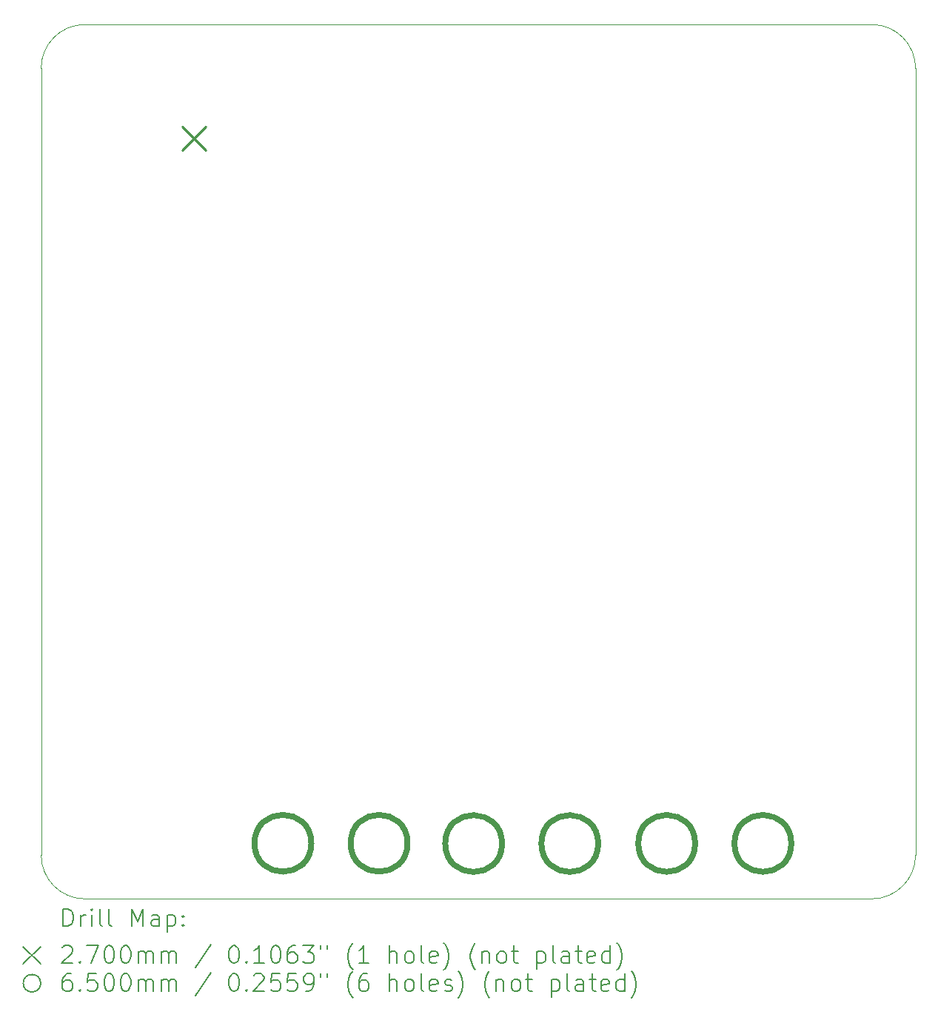
<source format=gbr>
%TF.GenerationSoftware,KiCad,Pcbnew,6.0.10+dfsg-1~bpo11+1*%
%TF.ProjectId,project,70726f6a-6563-4742-9e6b-696361645f70,1.0.p1*%
%TF.SameCoordinates,Original*%
%TF.FileFunction,Drillmap*%
%TF.FilePolarity,Positive*%
%FSLAX45Y45*%
G04 Gerber Fmt 4.5, Leading zero omitted, Abs format (unit mm)*
%MOMM*%
%LPD*%
G01*
G04 APERTURE LIST*
%ADD10C,0.100000*%
%ADD11C,0.200000*%
%ADD12C,0.270000*%
%ADD13C,0.650000*%
G04 APERTURE END LIST*
D10*
X8000000Y-5500000D02*
X17000000Y-5500000D01*
X17500000Y-6000000D02*
X17500000Y-15000000D01*
X17000000Y-15500000D02*
G75*
G03*
X17500000Y-15000000I0J500000D01*
G01*
X17000000Y-15500000D02*
X8000000Y-15500000D01*
X7500000Y-15000000D02*
G75*
G03*
X8000000Y-15500000I500000J0D01*
G01*
X8000000Y-5500000D02*
G75*
G03*
X7500000Y-6000000I0J-500000D01*
G01*
X17500000Y-6000000D02*
G75*
G03*
X17000000Y-5500000I-500000J0D01*
G01*
X7500000Y-15000000D02*
X7500000Y-6000000D01*
D11*
D12*
X9115125Y-6665000D02*
X9385125Y-6935000D01*
X9385125Y-6665000D02*
X9115125Y-6935000D01*
D13*
X10590000Y-14864500D02*
G75*
G03*
X10590000Y-14864500I-325000J0D01*
G01*
X11690000Y-14864500D02*
G75*
G03*
X11690000Y-14864500I-325000J0D01*
G01*
X12771000Y-14867500D02*
G75*
G03*
X12771000Y-14867500I-325000J0D01*
G01*
X13871000Y-14867500D02*
G75*
G03*
X13871000Y-14867500I-325000J0D01*
G01*
X14979000Y-14866000D02*
G75*
G03*
X14979000Y-14866000I-325000J0D01*
G01*
X16079000Y-14866000D02*
G75*
G03*
X16079000Y-14866000I-325000J0D01*
G01*
D11*
X7752619Y-15815476D02*
X7752619Y-15615476D01*
X7800238Y-15615476D01*
X7828809Y-15625000D01*
X7847857Y-15644048D01*
X7857381Y-15663095D01*
X7866905Y-15701190D01*
X7866905Y-15729762D01*
X7857381Y-15767857D01*
X7847857Y-15786905D01*
X7828809Y-15805952D01*
X7800238Y-15815476D01*
X7752619Y-15815476D01*
X7952619Y-15815476D02*
X7952619Y-15682143D01*
X7952619Y-15720238D02*
X7962143Y-15701190D01*
X7971667Y-15691667D01*
X7990714Y-15682143D01*
X8009762Y-15682143D01*
X8076428Y-15815476D02*
X8076428Y-15682143D01*
X8076428Y-15615476D02*
X8066905Y-15625000D01*
X8076428Y-15634524D01*
X8085952Y-15625000D01*
X8076428Y-15615476D01*
X8076428Y-15634524D01*
X8200238Y-15815476D02*
X8181190Y-15805952D01*
X8171667Y-15786905D01*
X8171667Y-15615476D01*
X8305000Y-15815476D02*
X8285952Y-15805952D01*
X8276428Y-15786905D01*
X8276428Y-15615476D01*
X8533571Y-15815476D02*
X8533571Y-15615476D01*
X8600238Y-15758333D01*
X8666905Y-15615476D01*
X8666905Y-15815476D01*
X8847857Y-15815476D02*
X8847857Y-15710714D01*
X8838333Y-15691667D01*
X8819286Y-15682143D01*
X8781190Y-15682143D01*
X8762143Y-15691667D01*
X8847857Y-15805952D02*
X8828810Y-15815476D01*
X8781190Y-15815476D01*
X8762143Y-15805952D01*
X8752619Y-15786905D01*
X8752619Y-15767857D01*
X8762143Y-15748809D01*
X8781190Y-15739286D01*
X8828810Y-15739286D01*
X8847857Y-15729762D01*
X8943095Y-15682143D02*
X8943095Y-15882143D01*
X8943095Y-15691667D02*
X8962143Y-15682143D01*
X9000238Y-15682143D01*
X9019286Y-15691667D01*
X9028810Y-15701190D01*
X9038333Y-15720238D01*
X9038333Y-15777381D01*
X9028810Y-15796428D01*
X9019286Y-15805952D01*
X9000238Y-15815476D01*
X8962143Y-15815476D01*
X8943095Y-15805952D01*
X9124048Y-15796428D02*
X9133571Y-15805952D01*
X9124048Y-15815476D01*
X9114524Y-15805952D01*
X9124048Y-15796428D01*
X9124048Y-15815476D01*
X9124048Y-15691667D02*
X9133571Y-15701190D01*
X9124048Y-15710714D01*
X9114524Y-15701190D01*
X9124048Y-15691667D01*
X9124048Y-15710714D01*
X7295000Y-16045000D02*
X7495000Y-16245000D01*
X7495000Y-16045000D02*
X7295000Y-16245000D01*
X7743095Y-16054524D02*
X7752619Y-16045000D01*
X7771667Y-16035476D01*
X7819286Y-16035476D01*
X7838333Y-16045000D01*
X7847857Y-16054524D01*
X7857381Y-16073571D01*
X7857381Y-16092619D01*
X7847857Y-16121190D01*
X7733571Y-16235476D01*
X7857381Y-16235476D01*
X7943095Y-16216428D02*
X7952619Y-16225952D01*
X7943095Y-16235476D01*
X7933571Y-16225952D01*
X7943095Y-16216428D01*
X7943095Y-16235476D01*
X8019286Y-16035476D02*
X8152619Y-16035476D01*
X8066905Y-16235476D01*
X8266905Y-16035476D02*
X8285952Y-16035476D01*
X8305000Y-16045000D01*
X8314524Y-16054524D01*
X8324048Y-16073571D01*
X8333571Y-16111667D01*
X8333571Y-16159286D01*
X8324048Y-16197381D01*
X8314524Y-16216428D01*
X8305000Y-16225952D01*
X8285952Y-16235476D01*
X8266905Y-16235476D01*
X8247857Y-16225952D01*
X8238333Y-16216428D01*
X8228809Y-16197381D01*
X8219286Y-16159286D01*
X8219286Y-16111667D01*
X8228809Y-16073571D01*
X8238333Y-16054524D01*
X8247857Y-16045000D01*
X8266905Y-16035476D01*
X8457381Y-16035476D02*
X8476429Y-16035476D01*
X8495476Y-16045000D01*
X8505000Y-16054524D01*
X8514524Y-16073571D01*
X8524048Y-16111667D01*
X8524048Y-16159286D01*
X8514524Y-16197381D01*
X8505000Y-16216428D01*
X8495476Y-16225952D01*
X8476429Y-16235476D01*
X8457381Y-16235476D01*
X8438333Y-16225952D01*
X8428810Y-16216428D01*
X8419286Y-16197381D01*
X8409762Y-16159286D01*
X8409762Y-16111667D01*
X8419286Y-16073571D01*
X8428810Y-16054524D01*
X8438333Y-16045000D01*
X8457381Y-16035476D01*
X8609762Y-16235476D02*
X8609762Y-16102143D01*
X8609762Y-16121190D02*
X8619286Y-16111667D01*
X8638333Y-16102143D01*
X8666905Y-16102143D01*
X8685952Y-16111667D01*
X8695476Y-16130714D01*
X8695476Y-16235476D01*
X8695476Y-16130714D02*
X8705000Y-16111667D01*
X8724048Y-16102143D01*
X8752619Y-16102143D01*
X8771667Y-16111667D01*
X8781190Y-16130714D01*
X8781190Y-16235476D01*
X8876429Y-16235476D02*
X8876429Y-16102143D01*
X8876429Y-16121190D02*
X8885952Y-16111667D01*
X8905000Y-16102143D01*
X8933571Y-16102143D01*
X8952619Y-16111667D01*
X8962143Y-16130714D01*
X8962143Y-16235476D01*
X8962143Y-16130714D02*
X8971667Y-16111667D01*
X8990714Y-16102143D01*
X9019286Y-16102143D01*
X9038333Y-16111667D01*
X9047857Y-16130714D01*
X9047857Y-16235476D01*
X9438333Y-16025952D02*
X9266905Y-16283095D01*
X9695476Y-16035476D02*
X9714524Y-16035476D01*
X9733571Y-16045000D01*
X9743095Y-16054524D01*
X9752619Y-16073571D01*
X9762143Y-16111667D01*
X9762143Y-16159286D01*
X9752619Y-16197381D01*
X9743095Y-16216428D01*
X9733571Y-16225952D01*
X9714524Y-16235476D01*
X9695476Y-16235476D01*
X9676429Y-16225952D01*
X9666905Y-16216428D01*
X9657381Y-16197381D01*
X9647857Y-16159286D01*
X9647857Y-16111667D01*
X9657381Y-16073571D01*
X9666905Y-16054524D01*
X9676429Y-16045000D01*
X9695476Y-16035476D01*
X9847857Y-16216428D02*
X9857381Y-16225952D01*
X9847857Y-16235476D01*
X9838333Y-16225952D01*
X9847857Y-16216428D01*
X9847857Y-16235476D01*
X10047857Y-16235476D02*
X9933571Y-16235476D01*
X9990714Y-16235476D02*
X9990714Y-16035476D01*
X9971667Y-16064048D01*
X9952619Y-16083095D01*
X9933571Y-16092619D01*
X10171667Y-16035476D02*
X10190714Y-16035476D01*
X10209762Y-16045000D01*
X10219286Y-16054524D01*
X10228810Y-16073571D01*
X10238333Y-16111667D01*
X10238333Y-16159286D01*
X10228810Y-16197381D01*
X10219286Y-16216428D01*
X10209762Y-16225952D01*
X10190714Y-16235476D01*
X10171667Y-16235476D01*
X10152619Y-16225952D01*
X10143095Y-16216428D01*
X10133571Y-16197381D01*
X10124048Y-16159286D01*
X10124048Y-16111667D01*
X10133571Y-16073571D01*
X10143095Y-16054524D01*
X10152619Y-16045000D01*
X10171667Y-16035476D01*
X10409762Y-16035476D02*
X10371667Y-16035476D01*
X10352619Y-16045000D01*
X10343095Y-16054524D01*
X10324048Y-16083095D01*
X10314524Y-16121190D01*
X10314524Y-16197381D01*
X10324048Y-16216428D01*
X10333571Y-16225952D01*
X10352619Y-16235476D01*
X10390714Y-16235476D01*
X10409762Y-16225952D01*
X10419286Y-16216428D01*
X10428810Y-16197381D01*
X10428810Y-16149762D01*
X10419286Y-16130714D01*
X10409762Y-16121190D01*
X10390714Y-16111667D01*
X10352619Y-16111667D01*
X10333571Y-16121190D01*
X10324048Y-16130714D01*
X10314524Y-16149762D01*
X10495476Y-16035476D02*
X10619286Y-16035476D01*
X10552619Y-16111667D01*
X10581190Y-16111667D01*
X10600238Y-16121190D01*
X10609762Y-16130714D01*
X10619286Y-16149762D01*
X10619286Y-16197381D01*
X10609762Y-16216428D01*
X10600238Y-16225952D01*
X10581190Y-16235476D01*
X10524048Y-16235476D01*
X10505000Y-16225952D01*
X10495476Y-16216428D01*
X10695476Y-16035476D02*
X10695476Y-16073571D01*
X10771667Y-16035476D02*
X10771667Y-16073571D01*
X11066905Y-16311667D02*
X11057381Y-16302143D01*
X11038333Y-16273571D01*
X11028810Y-16254524D01*
X11019286Y-16225952D01*
X11009762Y-16178333D01*
X11009762Y-16140238D01*
X11019286Y-16092619D01*
X11028810Y-16064048D01*
X11038333Y-16045000D01*
X11057381Y-16016428D01*
X11066905Y-16006905D01*
X11247857Y-16235476D02*
X11133571Y-16235476D01*
X11190714Y-16235476D02*
X11190714Y-16035476D01*
X11171667Y-16064048D01*
X11152619Y-16083095D01*
X11133571Y-16092619D01*
X11485952Y-16235476D02*
X11485952Y-16035476D01*
X11571667Y-16235476D02*
X11571667Y-16130714D01*
X11562143Y-16111667D01*
X11543095Y-16102143D01*
X11514524Y-16102143D01*
X11495476Y-16111667D01*
X11485952Y-16121190D01*
X11695476Y-16235476D02*
X11676428Y-16225952D01*
X11666905Y-16216428D01*
X11657381Y-16197381D01*
X11657381Y-16140238D01*
X11666905Y-16121190D01*
X11676428Y-16111667D01*
X11695476Y-16102143D01*
X11724048Y-16102143D01*
X11743095Y-16111667D01*
X11752619Y-16121190D01*
X11762143Y-16140238D01*
X11762143Y-16197381D01*
X11752619Y-16216428D01*
X11743095Y-16225952D01*
X11724048Y-16235476D01*
X11695476Y-16235476D01*
X11876428Y-16235476D02*
X11857381Y-16225952D01*
X11847857Y-16206905D01*
X11847857Y-16035476D01*
X12028809Y-16225952D02*
X12009762Y-16235476D01*
X11971667Y-16235476D01*
X11952619Y-16225952D01*
X11943095Y-16206905D01*
X11943095Y-16130714D01*
X11952619Y-16111667D01*
X11971667Y-16102143D01*
X12009762Y-16102143D01*
X12028809Y-16111667D01*
X12038333Y-16130714D01*
X12038333Y-16149762D01*
X11943095Y-16168809D01*
X12105000Y-16311667D02*
X12114524Y-16302143D01*
X12133571Y-16273571D01*
X12143095Y-16254524D01*
X12152619Y-16225952D01*
X12162143Y-16178333D01*
X12162143Y-16140238D01*
X12152619Y-16092619D01*
X12143095Y-16064048D01*
X12133571Y-16045000D01*
X12114524Y-16016428D01*
X12105000Y-16006905D01*
X12466905Y-16311667D02*
X12457381Y-16302143D01*
X12438333Y-16273571D01*
X12428809Y-16254524D01*
X12419286Y-16225952D01*
X12409762Y-16178333D01*
X12409762Y-16140238D01*
X12419286Y-16092619D01*
X12428809Y-16064048D01*
X12438333Y-16045000D01*
X12457381Y-16016428D01*
X12466905Y-16006905D01*
X12543095Y-16102143D02*
X12543095Y-16235476D01*
X12543095Y-16121190D02*
X12552619Y-16111667D01*
X12571667Y-16102143D01*
X12600238Y-16102143D01*
X12619286Y-16111667D01*
X12628809Y-16130714D01*
X12628809Y-16235476D01*
X12752619Y-16235476D02*
X12733571Y-16225952D01*
X12724048Y-16216428D01*
X12714524Y-16197381D01*
X12714524Y-16140238D01*
X12724048Y-16121190D01*
X12733571Y-16111667D01*
X12752619Y-16102143D01*
X12781190Y-16102143D01*
X12800238Y-16111667D01*
X12809762Y-16121190D01*
X12819286Y-16140238D01*
X12819286Y-16197381D01*
X12809762Y-16216428D01*
X12800238Y-16225952D01*
X12781190Y-16235476D01*
X12752619Y-16235476D01*
X12876428Y-16102143D02*
X12952619Y-16102143D01*
X12905000Y-16035476D02*
X12905000Y-16206905D01*
X12914524Y-16225952D01*
X12933571Y-16235476D01*
X12952619Y-16235476D01*
X13171667Y-16102143D02*
X13171667Y-16302143D01*
X13171667Y-16111667D02*
X13190714Y-16102143D01*
X13228809Y-16102143D01*
X13247857Y-16111667D01*
X13257381Y-16121190D01*
X13266905Y-16140238D01*
X13266905Y-16197381D01*
X13257381Y-16216428D01*
X13247857Y-16225952D01*
X13228809Y-16235476D01*
X13190714Y-16235476D01*
X13171667Y-16225952D01*
X13381190Y-16235476D02*
X13362143Y-16225952D01*
X13352619Y-16206905D01*
X13352619Y-16035476D01*
X13543095Y-16235476D02*
X13543095Y-16130714D01*
X13533571Y-16111667D01*
X13514524Y-16102143D01*
X13476428Y-16102143D01*
X13457381Y-16111667D01*
X13543095Y-16225952D02*
X13524048Y-16235476D01*
X13476428Y-16235476D01*
X13457381Y-16225952D01*
X13447857Y-16206905D01*
X13447857Y-16187857D01*
X13457381Y-16168809D01*
X13476428Y-16159286D01*
X13524048Y-16159286D01*
X13543095Y-16149762D01*
X13609762Y-16102143D02*
X13685952Y-16102143D01*
X13638333Y-16035476D02*
X13638333Y-16206905D01*
X13647857Y-16225952D01*
X13666905Y-16235476D01*
X13685952Y-16235476D01*
X13828809Y-16225952D02*
X13809762Y-16235476D01*
X13771667Y-16235476D01*
X13752619Y-16225952D01*
X13743095Y-16206905D01*
X13743095Y-16130714D01*
X13752619Y-16111667D01*
X13771667Y-16102143D01*
X13809762Y-16102143D01*
X13828809Y-16111667D01*
X13838333Y-16130714D01*
X13838333Y-16149762D01*
X13743095Y-16168809D01*
X14009762Y-16235476D02*
X14009762Y-16035476D01*
X14009762Y-16225952D02*
X13990714Y-16235476D01*
X13952619Y-16235476D01*
X13933571Y-16225952D01*
X13924048Y-16216428D01*
X13914524Y-16197381D01*
X13914524Y-16140238D01*
X13924048Y-16121190D01*
X13933571Y-16111667D01*
X13952619Y-16102143D01*
X13990714Y-16102143D01*
X14009762Y-16111667D01*
X14085952Y-16311667D02*
X14095476Y-16302143D01*
X14114524Y-16273571D01*
X14124048Y-16254524D01*
X14133571Y-16225952D01*
X14143095Y-16178333D01*
X14143095Y-16140238D01*
X14133571Y-16092619D01*
X14124048Y-16064048D01*
X14114524Y-16045000D01*
X14095476Y-16016428D01*
X14085952Y-16006905D01*
X7495000Y-16465000D02*
G75*
G03*
X7495000Y-16465000I-100000J0D01*
G01*
X7838333Y-16355476D02*
X7800238Y-16355476D01*
X7781190Y-16365000D01*
X7771667Y-16374524D01*
X7752619Y-16403095D01*
X7743095Y-16441190D01*
X7743095Y-16517381D01*
X7752619Y-16536428D01*
X7762143Y-16545952D01*
X7781190Y-16555476D01*
X7819286Y-16555476D01*
X7838333Y-16545952D01*
X7847857Y-16536428D01*
X7857381Y-16517381D01*
X7857381Y-16469762D01*
X7847857Y-16450714D01*
X7838333Y-16441190D01*
X7819286Y-16431667D01*
X7781190Y-16431667D01*
X7762143Y-16441190D01*
X7752619Y-16450714D01*
X7743095Y-16469762D01*
X7943095Y-16536428D02*
X7952619Y-16545952D01*
X7943095Y-16555476D01*
X7933571Y-16545952D01*
X7943095Y-16536428D01*
X7943095Y-16555476D01*
X8133571Y-16355476D02*
X8038333Y-16355476D01*
X8028809Y-16450714D01*
X8038333Y-16441190D01*
X8057381Y-16431667D01*
X8105000Y-16431667D01*
X8124048Y-16441190D01*
X8133571Y-16450714D01*
X8143095Y-16469762D01*
X8143095Y-16517381D01*
X8133571Y-16536428D01*
X8124048Y-16545952D01*
X8105000Y-16555476D01*
X8057381Y-16555476D01*
X8038333Y-16545952D01*
X8028809Y-16536428D01*
X8266905Y-16355476D02*
X8285952Y-16355476D01*
X8305000Y-16365000D01*
X8314524Y-16374524D01*
X8324048Y-16393571D01*
X8333571Y-16431667D01*
X8333571Y-16479286D01*
X8324048Y-16517381D01*
X8314524Y-16536428D01*
X8305000Y-16545952D01*
X8285952Y-16555476D01*
X8266905Y-16555476D01*
X8247857Y-16545952D01*
X8238333Y-16536428D01*
X8228809Y-16517381D01*
X8219286Y-16479286D01*
X8219286Y-16431667D01*
X8228809Y-16393571D01*
X8238333Y-16374524D01*
X8247857Y-16365000D01*
X8266905Y-16355476D01*
X8457381Y-16355476D02*
X8476429Y-16355476D01*
X8495476Y-16365000D01*
X8505000Y-16374524D01*
X8514524Y-16393571D01*
X8524048Y-16431667D01*
X8524048Y-16479286D01*
X8514524Y-16517381D01*
X8505000Y-16536428D01*
X8495476Y-16545952D01*
X8476429Y-16555476D01*
X8457381Y-16555476D01*
X8438333Y-16545952D01*
X8428810Y-16536428D01*
X8419286Y-16517381D01*
X8409762Y-16479286D01*
X8409762Y-16431667D01*
X8419286Y-16393571D01*
X8428810Y-16374524D01*
X8438333Y-16365000D01*
X8457381Y-16355476D01*
X8609762Y-16555476D02*
X8609762Y-16422143D01*
X8609762Y-16441190D02*
X8619286Y-16431667D01*
X8638333Y-16422143D01*
X8666905Y-16422143D01*
X8685952Y-16431667D01*
X8695476Y-16450714D01*
X8695476Y-16555476D01*
X8695476Y-16450714D02*
X8705000Y-16431667D01*
X8724048Y-16422143D01*
X8752619Y-16422143D01*
X8771667Y-16431667D01*
X8781190Y-16450714D01*
X8781190Y-16555476D01*
X8876429Y-16555476D02*
X8876429Y-16422143D01*
X8876429Y-16441190D02*
X8885952Y-16431667D01*
X8905000Y-16422143D01*
X8933571Y-16422143D01*
X8952619Y-16431667D01*
X8962143Y-16450714D01*
X8962143Y-16555476D01*
X8962143Y-16450714D02*
X8971667Y-16431667D01*
X8990714Y-16422143D01*
X9019286Y-16422143D01*
X9038333Y-16431667D01*
X9047857Y-16450714D01*
X9047857Y-16555476D01*
X9438333Y-16345952D02*
X9266905Y-16603095D01*
X9695476Y-16355476D02*
X9714524Y-16355476D01*
X9733571Y-16365000D01*
X9743095Y-16374524D01*
X9752619Y-16393571D01*
X9762143Y-16431667D01*
X9762143Y-16479286D01*
X9752619Y-16517381D01*
X9743095Y-16536428D01*
X9733571Y-16545952D01*
X9714524Y-16555476D01*
X9695476Y-16555476D01*
X9676429Y-16545952D01*
X9666905Y-16536428D01*
X9657381Y-16517381D01*
X9647857Y-16479286D01*
X9647857Y-16431667D01*
X9657381Y-16393571D01*
X9666905Y-16374524D01*
X9676429Y-16365000D01*
X9695476Y-16355476D01*
X9847857Y-16536428D02*
X9857381Y-16545952D01*
X9847857Y-16555476D01*
X9838333Y-16545952D01*
X9847857Y-16536428D01*
X9847857Y-16555476D01*
X9933571Y-16374524D02*
X9943095Y-16365000D01*
X9962143Y-16355476D01*
X10009762Y-16355476D01*
X10028810Y-16365000D01*
X10038333Y-16374524D01*
X10047857Y-16393571D01*
X10047857Y-16412619D01*
X10038333Y-16441190D01*
X9924048Y-16555476D01*
X10047857Y-16555476D01*
X10228810Y-16355476D02*
X10133571Y-16355476D01*
X10124048Y-16450714D01*
X10133571Y-16441190D01*
X10152619Y-16431667D01*
X10200238Y-16431667D01*
X10219286Y-16441190D01*
X10228810Y-16450714D01*
X10238333Y-16469762D01*
X10238333Y-16517381D01*
X10228810Y-16536428D01*
X10219286Y-16545952D01*
X10200238Y-16555476D01*
X10152619Y-16555476D01*
X10133571Y-16545952D01*
X10124048Y-16536428D01*
X10419286Y-16355476D02*
X10324048Y-16355476D01*
X10314524Y-16450714D01*
X10324048Y-16441190D01*
X10343095Y-16431667D01*
X10390714Y-16431667D01*
X10409762Y-16441190D01*
X10419286Y-16450714D01*
X10428810Y-16469762D01*
X10428810Y-16517381D01*
X10419286Y-16536428D01*
X10409762Y-16545952D01*
X10390714Y-16555476D01*
X10343095Y-16555476D01*
X10324048Y-16545952D01*
X10314524Y-16536428D01*
X10524048Y-16555476D02*
X10562143Y-16555476D01*
X10581190Y-16545952D01*
X10590714Y-16536428D01*
X10609762Y-16507857D01*
X10619286Y-16469762D01*
X10619286Y-16393571D01*
X10609762Y-16374524D01*
X10600238Y-16365000D01*
X10581190Y-16355476D01*
X10543095Y-16355476D01*
X10524048Y-16365000D01*
X10514524Y-16374524D01*
X10505000Y-16393571D01*
X10505000Y-16441190D01*
X10514524Y-16460238D01*
X10524048Y-16469762D01*
X10543095Y-16479286D01*
X10581190Y-16479286D01*
X10600238Y-16469762D01*
X10609762Y-16460238D01*
X10619286Y-16441190D01*
X10695476Y-16355476D02*
X10695476Y-16393571D01*
X10771667Y-16355476D02*
X10771667Y-16393571D01*
X11066905Y-16631667D02*
X11057381Y-16622143D01*
X11038333Y-16593571D01*
X11028810Y-16574524D01*
X11019286Y-16545952D01*
X11009762Y-16498333D01*
X11009762Y-16460238D01*
X11019286Y-16412619D01*
X11028810Y-16384048D01*
X11038333Y-16365000D01*
X11057381Y-16336428D01*
X11066905Y-16326905D01*
X11228809Y-16355476D02*
X11190714Y-16355476D01*
X11171667Y-16365000D01*
X11162143Y-16374524D01*
X11143095Y-16403095D01*
X11133571Y-16441190D01*
X11133571Y-16517381D01*
X11143095Y-16536428D01*
X11152619Y-16545952D01*
X11171667Y-16555476D01*
X11209762Y-16555476D01*
X11228809Y-16545952D01*
X11238333Y-16536428D01*
X11247857Y-16517381D01*
X11247857Y-16469762D01*
X11238333Y-16450714D01*
X11228809Y-16441190D01*
X11209762Y-16431667D01*
X11171667Y-16431667D01*
X11152619Y-16441190D01*
X11143095Y-16450714D01*
X11133571Y-16469762D01*
X11485952Y-16555476D02*
X11485952Y-16355476D01*
X11571667Y-16555476D02*
X11571667Y-16450714D01*
X11562143Y-16431667D01*
X11543095Y-16422143D01*
X11514524Y-16422143D01*
X11495476Y-16431667D01*
X11485952Y-16441190D01*
X11695476Y-16555476D02*
X11676428Y-16545952D01*
X11666905Y-16536428D01*
X11657381Y-16517381D01*
X11657381Y-16460238D01*
X11666905Y-16441190D01*
X11676428Y-16431667D01*
X11695476Y-16422143D01*
X11724048Y-16422143D01*
X11743095Y-16431667D01*
X11752619Y-16441190D01*
X11762143Y-16460238D01*
X11762143Y-16517381D01*
X11752619Y-16536428D01*
X11743095Y-16545952D01*
X11724048Y-16555476D01*
X11695476Y-16555476D01*
X11876428Y-16555476D02*
X11857381Y-16545952D01*
X11847857Y-16526905D01*
X11847857Y-16355476D01*
X12028809Y-16545952D02*
X12009762Y-16555476D01*
X11971667Y-16555476D01*
X11952619Y-16545952D01*
X11943095Y-16526905D01*
X11943095Y-16450714D01*
X11952619Y-16431667D01*
X11971667Y-16422143D01*
X12009762Y-16422143D01*
X12028809Y-16431667D01*
X12038333Y-16450714D01*
X12038333Y-16469762D01*
X11943095Y-16488809D01*
X12114524Y-16545952D02*
X12133571Y-16555476D01*
X12171667Y-16555476D01*
X12190714Y-16545952D01*
X12200238Y-16526905D01*
X12200238Y-16517381D01*
X12190714Y-16498333D01*
X12171667Y-16488809D01*
X12143095Y-16488809D01*
X12124048Y-16479286D01*
X12114524Y-16460238D01*
X12114524Y-16450714D01*
X12124048Y-16431667D01*
X12143095Y-16422143D01*
X12171667Y-16422143D01*
X12190714Y-16431667D01*
X12266905Y-16631667D02*
X12276428Y-16622143D01*
X12295476Y-16593571D01*
X12305000Y-16574524D01*
X12314524Y-16545952D01*
X12324048Y-16498333D01*
X12324048Y-16460238D01*
X12314524Y-16412619D01*
X12305000Y-16384048D01*
X12295476Y-16365000D01*
X12276428Y-16336428D01*
X12266905Y-16326905D01*
X12628809Y-16631667D02*
X12619286Y-16622143D01*
X12600238Y-16593571D01*
X12590714Y-16574524D01*
X12581190Y-16545952D01*
X12571667Y-16498333D01*
X12571667Y-16460238D01*
X12581190Y-16412619D01*
X12590714Y-16384048D01*
X12600238Y-16365000D01*
X12619286Y-16336428D01*
X12628809Y-16326905D01*
X12705000Y-16422143D02*
X12705000Y-16555476D01*
X12705000Y-16441190D02*
X12714524Y-16431667D01*
X12733571Y-16422143D01*
X12762143Y-16422143D01*
X12781190Y-16431667D01*
X12790714Y-16450714D01*
X12790714Y-16555476D01*
X12914524Y-16555476D02*
X12895476Y-16545952D01*
X12885952Y-16536428D01*
X12876428Y-16517381D01*
X12876428Y-16460238D01*
X12885952Y-16441190D01*
X12895476Y-16431667D01*
X12914524Y-16422143D01*
X12943095Y-16422143D01*
X12962143Y-16431667D01*
X12971667Y-16441190D01*
X12981190Y-16460238D01*
X12981190Y-16517381D01*
X12971667Y-16536428D01*
X12962143Y-16545952D01*
X12943095Y-16555476D01*
X12914524Y-16555476D01*
X13038333Y-16422143D02*
X13114524Y-16422143D01*
X13066905Y-16355476D02*
X13066905Y-16526905D01*
X13076428Y-16545952D01*
X13095476Y-16555476D01*
X13114524Y-16555476D01*
X13333571Y-16422143D02*
X13333571Y-16622143D01*
X13333571Y-16431667D02*
X13352619Y-16422143D01*
X13390714Y-16422143D01*
X13409762Y-16431667D01*
X13419286Y-16441190D01*
X13428809Y-16460238D01*
X13428809Y-16517381D01*
X13419286Y-16536428D01*
X13409762Y-16545952D01*
X13390714Y-16555476D01*
X13352619Y-16555476D01*
X13333571Y-16545952D01*
X13543095Y-16555476D02*
X13524048Y-16545952D01*
X13514524Y-16526905D01*
X13514524Y-16355476D01*
X13705000Y-16555476D02*
X13705000Y-16450714D01*
X13695476Y-16431667D01*
X13676428Y-16422143D01*
X13638333Y-16422143D01*
X13619286Y-16431667D01*
X13705000Y-16545952D02*
X13685952Y-16555476D01*
X13638333Y-16555476D01*
X13619286Y-16545952D01*
X13609762Y-16526905D01*
X13609762Y-16507857D01*
X13619286Y-16488809D01*
X13638333Y-16479286D01*
X13685952Y-16479286D01*
X13705000Y-16469762D01*
X13771667Y-16422143D02*
X13847857Y-16422143D01*
X13800238Y-16355476D02*
X13800238Y-16526905D01*
X13809762Y-16545952D01*
X13828809Y-16555476D01*
X13847857Y-16555476D01*
X13990714Y-16545952D02*
X13971667Y-16555476D01*
X13933571Y-16555476D01*
X13914524Y-16545952D01*
X13905000Y-16526905D01*
X13905000Y-16450714D01*
X13914524Y-16431667D01*
X13933571Y-16422143D01*
X13971667Y-16422143D01*
X13990714Y-16431667D01*
X14000238Y-16450714D01*
X14000238Y-16469762D01*
X13905000Y-16488809D01*
X14171667Y-16555476D02*
X14171667Y-16355476D01*
X14171667Y-16545952D02*
X14152619Y-16555476D01*
X14114524Y-16555476D01*
X14095476Y-16545952D01*
X14085952Y-16536428D01*
X14076428Y-16517381D01*
X14076428Y-16460238D01*
X14085952Y-16441190D01*
X14095476Y-16431667D01*
X14114524Y-16422143D01*
X14152619Y-16422143D01*
X14171667Y-16431667D01*
X14247857Y-16631667D02*
X14257381Y-16622143D01*
X14276428Y-16593571D01*
X14285952Y-16574524D01*
X14295476Y-16545952D01*
X14305000Y-16498333D01*
X14305000Y-16460238D01*
X14295476Y-16412619D01*
X14285952Y-16384048D01*
X14276428Y-16365000D01*
X14257381Y-16336428D01*
X14247857Y-16326905D01*
M02*

</source>
